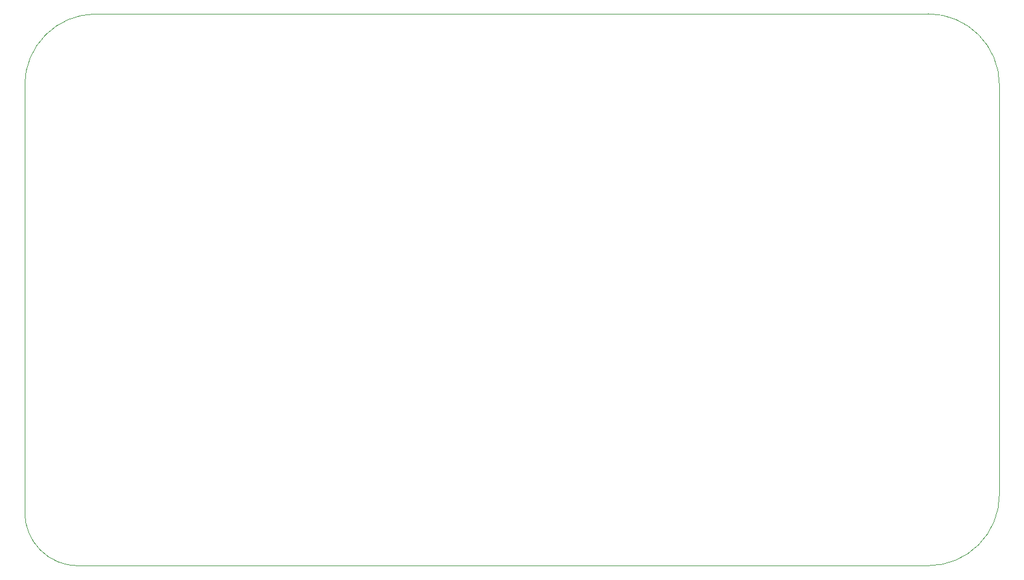
<source format=gbr>
%TF.GenerationSoftware,KiCad,Pcbnew,(6.0.10)*%
%TF.CreationDate,2023-02-08T12:55:31+07:00*%
%TF.ProjectId,3_phase_firing,335f7068-6173-4655-9f66-6972696e672e,rev?*%
%TF.SameCoordinates,Original*%
%TF.FileFunction,Profile,NP*%
%FSLAX46Y46*%
G04 Gerber Fmt 4.6, Leading zero omitted, Abs format (unit mm)*
G04 Created by KiCad (PCBNEW (6.0.10)) date 2023-02-08 12:55:31*
%MOMM*%
%LPD*%
G01*
G04 APERTURE LIST*
%TA.AperFunction,Profile*%
%ADD10C,0.100000*%
%TD*%
G04 APERTURE END LIST*
D10*
X82500000Y-42500000D02*
G75*
G03*
X72500000Y-52500000I0J-10000000D01*
G01*
X72500000Y-52500000D02*
X72500000Y-112500000D01*
X209180000Y-52485000D02*
X209180000Y-109985000D01*
X72500000Y-112500000D02*
G75*
G03*
X80000000Y-120000000I7500000J0D01*
G01*
X199180000Y-119985000D02*
G75*
G03*
X209180000Y-109985000I0J10000000D01*
G01*
X82500000Y-42500000D02*
X199180000Y-42485000D01*
X209180000Y-52485000D02*
G75*
G03*
X199180000Y-42485000I-10000000J0D01*
G01*
X80000000Y-120000000D02*
X199180000Y-119985000D01*
M02*

</source>
